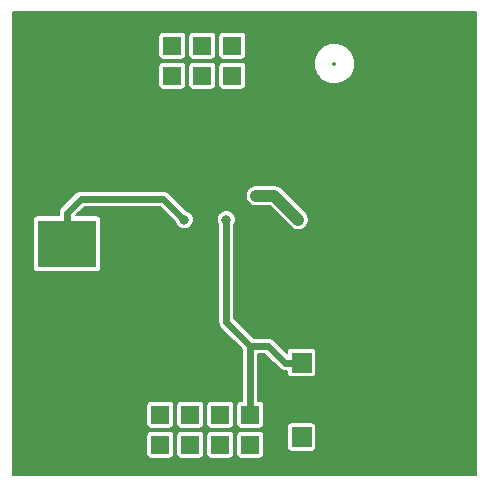
<source format=gbr>
%TF.GenerationSoftware,KiCad,Pcbnew,no-vcs-found-ad9916e~61~ubuntu16.04.1*%
%TF.CreationDate,2017-11-30T02:12:26+01:00*%
%TF.ProjectId,RTC02A,5254433032412E6B696361645F706362,rev?*%
%TF.SameCoordinates,Original*%
%TF.FileFunction,Copper,L1,Top,Signal*%
%TF.FilePolarity,Positive*%
%FSLAX46Y46*%
G04 Gerber Fmt 4.6, Leading zero omitted, Abs format (unit mm)*
G04 Created by KiCad (PCBNEW no-vcs-found-ad9916e~61~ubuntu16.04.1) date Thu Nov 30 02:12:26 2017*
%MOMM*%
%LPD*%
G01*
G04 APERTURE LIST*
%ADD10R,5.000000X4.000000*%
%ADD11R,1.524000X1.524000*%
%ADD12C,6.000000*%
%ADD13R,1.676400X1.676400*%
%ADD14C,0.800000*%
%ADD15C,0.600000*%
%ADD16C,0.250000*%
%ADD17C,1.000000*%
%ADD18C,0.200000*%
%ADD19C,0.350000*%
G04 APERTURE END LIST*
D10*
X35320000Y20320000D03*
X5320000Y20320000D03*
D11*
X11684000Y34544000D03*
X11684000Y37084000D03*
X14224000Y34544000D03*
X14224000Y37084000D03*
X16764000Y34544000D03*
X16764000Y37084000D03*
X19304000Y34544000D03*
X19304000Y37084000D03*
X21844000Y34544000D03*
X21844000Y37084000D03*
X18288000Y5842000D03*
X18288000Y3302000D03*
X15748000Y5842000D03*
X15748000Y3302000D03*
X13208000Y5842000D03*
X13208000Y3302000D03*
X20828000Y5842000D03*
X20828000Y3302000D03*
D12*
X5080000Y5080000D03*
X5080000Y35560000D03*
X35560000Y35560000D03*
X35560000Y5080000D03*
D13*
X29682000Y3962000D03*
X25182000Y3962000D03*
X29682000Y10262000D03*
X25182000Y10262000D03*
D11*
X10668000Y5842000D03*
X10668000Y3302000D03*
D14*
X15240000Y22352000D03*
X9144000Y3048000D03*
X9144000Y4572000D03*
X9144000Y5588000D03*
X9144000Y34036000D03*
X9144000Y35560000D03*
X9144000Y37084000D03*
X11938000Y20320000D03*
X14224000Y16510000D03*
X12700000Y16510000D03*
X12192000Y17526000D03*
X12192000Y19050000D03*
X11938000Y21590000D03*
X12954000Y22352000D03*
X39116000Y22098000D03*
X39116000Y20828000D03*
X39116000Y19558000D03*
X39116000Y18288000D03*
X38100000Y17272000D03*
X36830000Y17272000D03*
X35560000Y17272000D03*
X34290000Y17272000D03*
X33020000Y17272000D03*
X17272000Y13970000D03*
X17272000Y12192000D03*
X16764000Y24892000D03*
X15240000Y24892000D03*
X15240000Y23876000D03*
X16764000Y23876000D03*
X17780000Y23876000D03*
X23876000Y37592000D03*
X23876000Y36068000D03*
X23876000Y34544000D03*
X24892000Y25908000D03*
X24892000Y24384000D03*
X27940000Y18796000D03*
X27940000Y19812000D03*
X27940000Y20828000D03*
X27940000Y22352000D03*
X25908000Y23368000D03*
X26416000Y22352000D03*
X24892000Y22352000D03*
X21336000Y24384000D03*
X18796000Y22352000D03*
D15*
X5320000Y20320000D02*
X5320000Y22920000D01*
X5320000Y22920000D02*
X6530000Y24130000D01*
X6530000Y24130000D02*
X13462000Y24130000D01*
X13462000Y24130000D02*
X15240000Y22352000D01*
X9144000Y5588000D02*
X9144000Y4572000D01*
X9144000Y35560000D02*
X9144000Y34036000D01*
X11684000Y37084000D02*
X9144000Y37084000D01*
X11938000Y21590000D02*
X11938000Y20320000D01*
D16*
X12700000Y16510000D02*
X14224000Y16510000D01*
X12192000Y19050000D02*
X12192000Y17526000D01*
X12954000Y22352000D02*
X12700000Y22352000D01*
X12700000Y22352000D02*
X11938000Y21590000D01*
X39116000Y20828000D02*
X39116000Y22098000D01*
X39116000Y18288000D02*
X39116000Y19558000D01*
X36830000Y17272000D02*
X38100000Y17272000D01*
X34290000Y17272000D02*
X35560000Y17272000D01*
X34522000Y17272000D02*
X34290000Y17272000D01*
X34290000Y17272000D02*
X33020000Y17272000D01*
X35320000Y20320000D02*
X35320000Y18070000D01*
X35320000Y18070000D02*
X34522000Y17272000D01*
X17018000Y4572000D02*
X17272000Y4572000D01*
X17018000Y11938000D02*
X17272000Y12192000D01*
X10926000Y4572000D02*
X17018000Y4572000D01*
X17018000Y4572000D02*
X17018000Y11938000D01*
X10668000Y5842000D02*
X10668000Y4830000D01*
X10668000Y4830000D02*
X10926000Y4572000D01*
X15240000Y23876000D02*
X15240000Y24892000D01*
X17780000Y23876000D02*
X16764000Y23876000D01*
X23876000Y34544000D02*
X23876000Y36068000D01*
X24892000Y24384000D02*
X24892000Y25908000D01*
X27940000Y19812000D02*
X27940000Y18796000D01*
X27940000Y22352000D02*
X27940000Y20828000D01*
X25400000Y23876000D02*
X24892000Y24384000D01*
X26416000Y22352000D02*
X26416000Y22860000D01*
X26416000Y22860000D02*
X25908000Y23368000D01*
D17*
X21336000Y24384000D02*
X22860000Y24384000D01*
X22860000Y24384000D02*
X24892000Y22352000D01*
D15*
X25182000Y10262000D02*
X23743800Y10262000D01*
X23743800Y10262000D02*
X22321800Y11684000D01*
X22321800Y11684000D02*
X20828000Y11684000D01*
X18796000Y13716000D02*
X20828000Y11684000D01*
X20828000Y11684000D02*
X20828000Y5842000D01*
X18796000Y22352000D02*
X18796000Y13716000D01*
D18*
G36*
X39911000Y729000D02*
X729000Y729000D01*
X729000Y4064000D01*
X12038164Y4064000D01*
X12038164Y2540000D01*
X12066056Y2391769D01*
X12153660Y2255628D01*
X12287329Y2164296D01*
X12446000Y2132164D01*
X13970000Y2132164D01*
X14118231Y2160056D01*
X14254372Y2247660D01*
X14345704Y2381329D01*
X14377836Y2540000D01*
X14377836Y4064000D01*
X14578164Y4064000D01*
X14578164Y2540000D01*
X14606056Y2391769D01*
X14693660Y2255628D01*
X14827329Y2164296D01*
X14986000Y2132164D01*
X16510000Y2132164D01*
X16658231Y2160056D01*
X16794372Y2247660D01*
X16885704Y2381329D01*
X16917836Y2540000D01*
X16917836Y4064000D01*
X17118164Y4064000D01*
X17118164Y2540000D01*
X17146056Y2391769D01*
X17233660Y2255628D01*
X17367329Y2164296D01*
X17526000Y2132164D01*
X19050000Y2132164D01*
X19198231Y2160056D01*
X19334372Y2247660D01*
X19425704Y2381329D01*
X19457836Y2540000D01*
X19457836Y4064000D01*
X19658164Y4064000D01*
X19658164Y2540000D01*
X19686056Y2391769D01*
X19773660Y2255628D01*
X19907329Y2164296D01*
X20066000Y2132164D01*
X21590000Y2132164D01*
X21738231Y2160056D01*
X21874372Y2247660D01*
X21965704Y2381329D01*
X21997836Y2540000D01*
X21997836Y4064000D01*
X21969944Y4212231D01*
X21882340Y4348372D01*
X21748671Y4439704D01*
X21590000Y4471836D01*
X20066000Y4471836D01*
X19917769Y4443944D01*
X19781628Y4356340D01*
X19690296Y4222671D01*
X19658164Y4064000D01*
X19457836Y4064000D01*
X19429944Y4212231D01*
X19342340Y4348372D01*
X19208671Y4439704D01*
X19050000Y4471836D01*
X17526000Y4471836D01*
X17377769Y4443944D01*
X17241628Y4356340D01*
X17150296Y4222671D01*
X17118164Y4064000D01*
X16917836Y4064000D01*
X16889944Y4212231D01*
X16802340Y4348372D01*
X16668671Y4439704D01*
X16510000Y4471836D01*
X14986000Y4471836D01*
X14837769Y4443944D01*
X14701628Y4356340D01*
X14610296Y4222671D01*
X14578164Y4064000D01*
X14377836Y4064000D01*
X14349944Y4212231D01*
X14262340Y4348372D01*
X14128671Y4439704D01*
X13970000Y4471836D01*
X12446000Y4471836D01*
X12297769Y4443944D01*
X12161628Y4356340D01*
X12070296Y4222671D01*
X12038164Y4064000D01*
X729000Y4064000D01*
X729000Y6604000D01*
X12038164Y6604000D01*
X12038164Y5080000D01*
X12066056Y4931769D01*
X12153660Y4795628D01*
X12287329Y4704296D01*
X12446000Y4672164D01*
X13970000Y4672164D01*
X14118231Y4700056D01*
X14254372Y4787660D01*
X14345704Y4921329D01*
X14377836Y5080000D01*
X14377836Y6604000D01*
X14578164Y6604000D01*
X14578164Y5080000D01*
X14606056Y4931769D01*
X14693660Y4795628D01*
X14827329Y4704296D01*
X14986000Y4672164D01*
X16510000Y4672164D01*
X16658231Y4700056D01*
X16794372Y4787660D01*
X16885704Y4921329D01*
X16917836Y5080000D01*
X16917836Y6604000D01*
X17118164Y6604000D01*
X17118164Y5080000D01*
X17146056Y4931769D01*
X17233660Y4795628D01*
X17367329Y4704296D01*
X17526000Y4672164D01*
X19050000Y4672164D01*
X19198231Y4700056D01*
X19334372Y4787660D01*
X19425704Y4921329D01*
X19457836Y5080000D01*
X19457836Y6604000D01*
X19429944Y6752231D01*
X19342340Y6888372D01*
X19208671Y6979704D01*
X19050000Y7011836D01*
X17526000Y7011836D01*
X17377769Y6983944D01*
X17241628Y6896340D01*
X17150296Y6762671D01*
X17118164Y6604000D01*
X16917836Y6604000D01*
X16889944Y6752231D01*
X16802340Y6888372D01*
X16668671Y6979704D01*
X16510000Y7011836D01*
X14986000Y7011836D01*
X14837769Y6983944D01*
X14701628Y6896340D01*
X14610296Y6762671D01*
X14578164Y6604000D01*
X14377836Y6604000D01*
X14349944Y6752231D01*
X14262340Y6888372D01*
X14128671Y6979704D01*
X13970000Y7011836D01*
X12446000Y7011836D01*
X12297769Y6983944D01*
X12161628Y6896340D01*
X12070296Y6762671D01*
X12038164Y6604000D01*
X729000Y6604000D01*
X729000Y22320000D01*
X2412164Y22320000D01*
X2412164Y18320000D01*
X2440056Y18171769D01*
X2527660Y18035628D01*
X2661329Y17944296D01*
X2820000Y17912164D01*
X7820000Y17912164D01*
X7968231Y17940056D01*
X8104372Y18027660D01*
X8195704Y18161329D01*
X8227836Y18320000D01*
X8227836Y22320000D01*
X8199944Y22468231D01*
X8112340Y22604372D01*
X7978671Y22695704D01*
X7820000Y22727836D01*
X6117786Y22727836D01*
X6819949Y23430000D01*
X13172050Y23430000D01*
X14461956Y22140094D01*
X14561397Y21899428D01*
X14786245Y21674188D01*
X15080172Y21552139D01*
X15398432Y21551861D01*
X15692572Y21673397D01*
X15917812Y21898245D01*
X16039861Y22192172D01*
X16039862Y22193568D01*
X17995861Y22193568D01*
X18096000Y21951213D01*
X18096000Y13716000D01*
X18149284Y13448121D01*
X18301025Y13221025D01*
X20128000Y11394050D01*
X20128000Y7011836D01*
X20066000Y7011836D01*
X19917769Y6983944D01*
X19781628Y6896340D01*
X19690296Y6762671D01*
X19658164Y6604000D01*
X19658164Y5080000D01*
X19686056Y4931769D01*
X19773660Y4795628D01*
X19907329Y4704296D01*
X20066000Y4672164D01*
X21590000Y4672164D01*
X21738231Y4700056D01*
X21874372Y4787660D01*
X21882940Y4800200D01*
X23935964Y4800200D01*
X23935964Y3123800D01*
X23963856Y2975569D01*
X24051460Y2839428D01*
X24185129Y2748096D01*
X24343800Y2715964D01*
X26020200Y2715964D01*
X26168431Y2743856D01*
X26304572Y2831460D01*
X26395904Y2965129D01*
X26428036Y3123800D01*
X26428036Y4800200D01*
X26400144Y4948431D01*
X26312540Y5084572D01*
X26178871Y5175904D01*
X26020200Y5208036D01*
X24343800Y5208036D01*
X24195569Y5180144D01*
X24059428Y5092540D01*
X23968096Y4958871D01*
X23935964Y4800200D01*
X21882940Y4800200D01*
X21965704Y4921329D01*
X21997836Y5080000D01*
X21997836Y6604000D01*
X21969944Y6752231D01*
X21882340Y6888372D01*
X21748671Y6979704D01*
X21590000Y7011836D01*
X21528000Y7011836D01*
X21528000Y10984000D01*
X22031850Y10984000D01*
X23248825Y9767025D01*
X23475921Y9615284D01*
X23743800Y9561999D01*
X23743805Y9562000D01*
X23935964Y9562000D01*
X23935964Y9423800D01*
X23963856Y9275569D01*
X24051460Y9139428D01*
X24185129Y9048096D01*
X24343800Y9015964D01*
X26020200Y9015964D01*
X26168431Y9043856D01*
X26304572Y9131460D01*
X26395904Y9265129D01*
X26428036Y9423800D01*
X26428036Y11100200D01*
X26400144Y11248431D01*
X26312540Y11384572D01*
X26178871Y11475904D01*
X26020200Y11508036D01*
X24343800Y11508036D01*
X24195569Y11480144D01*
X24059428Y11392540D01*
X23968096Y11258871D01*
X23935964Y11100200D01*
X23935964Y11059786D01*
X22816775Y12178975D01*
X22589679Y12330716D01*
X22321800Y12384000D01*
X21117950Y12384000D01*
X19496000Y14005950D01*
X19496000Y21951680D01*
X19595861Y22192172D01*
X19596139Y22510432D01*
X19474603Y22804572D01*
X19249755Y23029812D01*
X18955828Y23151861D01*
X18637568Y23152139D01*
X18343428Y23030603D01*
X18118188Y22805755D01*
X17996139Y22511828D01*
X17995861Y22193568D01*
X16039862Y22193568D01*
X16040139Y22510432D01*
X15918603Y22804572D01*
X15693755Y23029812D01*
X15451577Y23130373D01*
X14197950Y24384000D01*
X20436000Y24384000D01*
X20504508Y24039585D01*
X20699604Y23747604D01*
X20991585Y23552508D01*
X21336000Y23484000D01*
X22487208Y23484000D01*
X24255604Y21715604D01*
X24547585Y21520508D01*
X24892000Y21452000D01*
X25236415Y21520508D01*
X25528396Y21715604D01*
X25723492Y22007585D01*
X25792000Y22352000D01*
X25723492Y22696415D01*
X25528396Y22988396D01*
X23496396Y25020396D01*
X23204415Y25215492D01*
X22860000Y25284000D01*
X21336000Y25284000D01*
X20991585Y25215492D01*
X20699604Y25020396D01*
X20504508Y24728415D01*
X20436000Y24384000D01*
X14197950Y24384000D01*
X13956975Y24624975D01*
X13729879Y24776716D01*
X13462000Y24830000D01*
X6530000Y24830000D01*
X6262122Y24776716D01*
X6035025Y24624975D01*
X6035023Y24624972D01*
X4825025Y23414975D01*
X4673284Y23187879D01*
X4633605Y22988396D01*
X4620000Y22920000D01*
X4620000Y22727836D01*
X2820000Y22727836D01*
X2671769Y22699944D01*
X2535628Y22612340D01*
X2444296Y22478671D01*
X2412164Y22320000D01*
X729000Y22320000D01*
X729000Y35306000D01*
X13054164Y35306000D01*
X13054164Y33782000D01*
X13082056Y33633769D01*
X13169660Y33497628D01*
X13303329Y33406296D01*
X13462000Y33374164D01*
X14986000Y33374164D01*
X15134231Y33402056D01*
X15270372Y33489660D01*
X15361704Y33623329D01*
X15393836Y33782000D01*
X15393836Y35306000D01*
X15594164Y35306000D01*
X15594164Y33782000D01*
X15622056Y33633769D01*
X15709660Y33497628D01*
X15843329Y33406296D01*
X16002000Y33374164D01*
X17526000Y33374164D01*
X17674231Y33402056D01*
X17810372Y33489660D01*
X17901704Y33623329D01*
X17933836Y33782000D01*
X17933836Y35306000D01*
X18134164Y35306000D01*
X18134164Y33782000D01*
X18162056Y33633769D01*
X18249660Y33497628D01*
X18383329Y33406296D01*
X18542000Y33374164D01*
X20066000Y33374164D01*
X20214231Y33402056D01*
X20350372Y33489660D01*
X20441704Y33623329D01*
X20473836Y33782000D01*
X20473836Y35213431D01*
X26189696Y35213431D01*
X26455557Y34569999D01*
X26947410Y34077287D01*
X27590376Y33810304D01*
X28286569Y33809696D01*
X28930001Y34075557D01*
X29422713Y34567410D01*
X29689696Y35210376D01*
X29690304Y35906569D01*
X29424443Y36550001D01*
X28932590Y37042713D01*
X28289624Y37309696D01*
X27593431Y37310304D01*
X26949999Y37044443D01*
X26457287Y36552590D01*
X26190304Y35909624D01*
X26189696Y35213431D01*
X20473836Y35213431D01*
X20473836Y35306000D01*
X20445944Y35454231D01*
X20358340Y35590372D01*
X20224671Y35681704D01*
X20066000Y35713836D01*
X18542000Y35713836D01*
X18393769Y35685944D01*
X18257628Y35598340D01*
X18166296Y35464671D01*
X18134164Y35306000D01*
X17933836Y35306000D01*
X17905944Y35454231D01*
X17818340Y35590372D01*
X17684671Y35681704D01*
X17526000Y35713836D01*
X16002000Y35713836D01*
X15853769Y35685944D01*
X15717628Y35598340D01*
X15626296Y35464671D01*
X15594164Y35306000D01*
X15393836Y35306000D01*
X15365944Y35454231D01*
X15278340Y35590372D01*
X15144671Y35681704D01*
X14986000Y35713836D01*
X13462000Y35713836D01*
X13313769Y35685944D01*
X13177628Y35598340D01*
X13086296Y35464671D01*
X13054164Y35306000D01*
X729000Y35306000D01*
X729000Y37846000D01*
X13054164Y37846000D01*
X13054164Y36322000D01*
X13082056Y36173769D01*
X13169660Y36037628D01*
X13303329Y35946296D01*
X13462000Y35914164D01*
X14986000Y35914164D01*
X15134231Y35942056D01*
X15270372Y36029660D01*
X15361704Y36163329D01*
X15393836Y36322000D01*
X15393836Y37846000D01*
X15594164Y37846000D01*
X15594164Y36322000D01*
X15622056Y36173769D01*
X15709660Y36037628D01*
X15843329Y35946296D01*
X16002000Y35914164D01*
X17526000Y35914164D01*
X17674231Y35942056D01*
X17810372Y36029660D01*
X17901704Y36163329D01*
X17933836Y36322000D01*
X17933836Y37846000D01*
X18134164Y37846000D01*
X18134164Y36322000D01*
X18162056Y36173769D01*
X18249660Y36037628D01*
X18383329Y35946296D01*
X18542000Y35914164D01*
X20066000Y35914164D01*
X20214231Y35942056D01*
X20350372Y36029660D01*
X20441704Y36163329D01*
X20473836Y36322000D01*
X20473836Y37846000D01*
X20445944Y37994231D01*
X20358340Y38130372D01*
X20224671Y38221704D01*
X20066000Y38253836D01*
X18542000Y38253836D01*
X18393769Y38225944D01*
X18257628Y38138340D01*
X18166296Y38004671D01*
X18134164Y37846000D01*
X17933836Y37846000D01*
X17905944Y37994231D01*
X17818340Y38130372D01*
X17684671Y38221704D01*
X17526000Y38253836D01*
X16002000Y38253836D01*
X15853769Y38225944D01*
X15717628Y38138340D01*
X15626296Y38004671D01*
X15594164Y37846000D01*
X15393836Y37846000D01*
X15365944Y37994231D01*
X15278340Y38130372D01*
X15144671Y38221704D01*
X14986000Y38253836D01*
X13462000Y38253836D01*
X13313769Y38225944D01*
X13177628Y38138340D01*
X13086296Y38004671D01*
X13054164Y37846000D01*
X729000Y37846000D01*
X729000Y39911000D01*
X39911000Y39911000D01*
X39911000Y729000D01*
X39911000Y729000D01*
G37*
X39911000Y729000D02*
X729000Y729000D01*
X729000Y4064000D01*
X12038164Y4064000D01*
X12038164Y2540000D01*
X12066056Y2391769D01*
X12153660Y2255628D01*
X12287329Y2164296D01*
X12446000Y2132164D01*
X13970000Y2132164D01*
X14118231Y2160056D01*
X14254372Y2247660D01*
X14345704Y2381329D01*
X14377836Y2540000D01*
X14377836Y4064000D01*
X14578164Y4064000D01*
X14578164Y2540000D01*
X14606056Y2391769D01*
X14693660Y2255628D01*
X14827329Y2164296D01*
X14986000Y2132164D01*
X16510000Y2132164D01*
X16658231Y2160056D01*
X16794372Y2247660D01*
X16885704Y2381329D01*
X16917836Y2540000D01*
X16917836Y4064000D01*
X17118164Y4064000D01*
X17118164Y2540000D01*
X17146056Y2391769D01*
X17233660Y2255628D01*
X17367329Y2164296D01*
X17526000Y2132164D01*
X19050000Y2132164D01*
X19198231Y2160056D01*
X19334372Y2247660D01*
X19425704Y2381329D01*
X19457836Y2540000D01*
X19457836Y4064000D01*
X19658164Y4064000D01*
X19658164Y2540000D01*
X19686056Y2391769D01*
X19773660Y2255628D01*
X19907329Y2164296D01*
X20066000Y2132164D01*
X21590000Y2132164D01*
X21738231Y2160056D01*
X21874372Y2247660D01*
X21965704Y2381329D01*
X21997836Y2540000D01*
X21997836Y4064000D01*
X21969944Y4212231D01*
X21882340Y4348372D01*
X21748671Y4439704D01*
X21590000Y4471836D01*
X20066000Y4471836D01*
X19917769Y4443944D01*
X19781628Y4356340D01*
X19690296Y4222671D01*
X19658164Y4064000D01*
X19457836Y4064000D01*
X19429944Y4212231D01*
X19342340Y4348372D01*
X19208671Y4439704D01*
X19050000Y4471836D01*
X17526000Y4471836D01*
X17377769Y4443944D01*
X17241628Y4356340D01*
X17150296Y4222671D01*
X17118164Y4064000D01*
X16917836Y4064000D01*
X16889944Y4212231D01*
X16802340Y4348372D01*
X16668671Y4439704D01*
X16510000Y4471836D01*
X14986000Y4471836D01*
X14837769Y4443944D01*
X14701628Y4356340D01*
X14610296Y4222671D01*
X14578164Y4064000D01*
X14377836Y4064000D01*
X14349944Y4212231D01*
X14262340Y4348372D01*
X14128671Y4439704D01*
X13970000Y4471836D01*
X12446000Y4471836D01*
X12297769Y4443944D01*
X12161628Y4356340D01*
X12070296Y4222671D01*
X12038164Y4064000D01*
X729000Y4064000D01*
X729000Y6604000D01*
X12038164Y6604000D01*
X12038164Y5080000D01*
X12066056Y4931769D01*
X12153660Y4795628D01*
X12287329Y4704296D01*
X12446000Y4672164D01*
X13970000Y4672164D01*
X14118231Y4700056D01*
X14254372Y4787660D01*
X14345704Y4921329D01*
X14377836Y5080000D01*
X14377836Y6604000D01*
X14578164Y6604000D01*
X14578164Y5080000D01*
X14606056Y4931769D01*
X14693660Y4795628D01*
X14827329Y4704296D01*
X14986000Y4672164D01*
X16510000Y4672164D01*
X16658231Y4700056D01*
X16794372Y4787660D01*
X16885704Y4921329D01*
X16917836Y5080000D01*
X16917836Y6604000D01*
X17118164Y6604000D01*
X17118164Y5080000D01*
X17146056Y4931769D01*
X17233660Y4795628D01*
X17367329Y4704296D01*
X17526000Y4672164D01*
X19050000Y4672164D01*
X19198231Y4700056D01*
X19334372Y4787660D01*
X19425704Y4921329D01*
X19457836Y5080000D01*
X19457836Y6604000D01*
X19429944Y6752231D01*
X19342340Y6888372D01*
X19208671Y6979704D01*
X19050000Y7011836D01*
X17526000Y7011836D01*
X17377769Y6983944D01*
X17241628Y6896340D01*
X17150296Y6762671D01*
X17118164Y6604000D01*
X16917836Y6604000D01*
X16889944Y6752231D01*
X16802340Y6888372D01*
X16668671Y6979704D01*
X16510000Y7011836D01*
X14986000Y7011836D01*
X14837769Y6983944D01*
X14701628Y6896340D01*
X14610296Y6762671D01*
X14578164Y6604000D01*
X14377836Y6604000D01*
X14349944Y6752231D01*
X14262340Y6888372D01*
X14128671Y6979704D01*
X13970000Y7011836D01*
X12446000Y7011836D01*
X12297769Y6983944D01*
X12161628Y6896340D01*
X12070296Y6762671D01*
X12038164Y6604000D01*
X729000Y6604000D01*
X729000Y22320000D01*
X2412164Y22320000D01*
X2412164Y18320000D01*
X2440056Y18171769D01*
X2527660Y18035628D01*
X2661329Y17944296D01*
X2820000Y17912164D01*
X7820000Y17912164D01*
X7968231Y17940056D01*
X8104372Y18027660D01*
X8195704Y18161329D01*
X8227836Y18320000D01*
X8227836Y22320000D01*
X8199944Y22468231D01*
X8112340Y22604372D01*
X7978671Y22695704D01*
X7820000Y22727836D01*
X6117786Y22727836D01*
X6819949Y23430000D01*
X13172050Y23430000D01*
X14461956Y22140094D01*
X14561397Y21899428D01*
X14786245Y21674188D01*
X15080172Y21552139D01*
X15398432Y21551861D01*
X15692572Y21673397D01*
X15917812Y21898245D01*
X16039861Y22192172D01*
X16039862Y22193568D01*
X17995861Y22193568D01*
X18096000Y21951213D01*
X18096000Y13716000D01*
X18149284Y13448121D01*
X18301025Y13221025D01*
X20128000Y11394050D01*
X20128000Y7011836D01*
X20066000Y7011836D01*
X19917769Y6983944D01*
X19781628Y6896340D01*
X19690296Y6762671D01*
X19658164Y6604000D01*
X19658164Y5080000D01*
X19686056Y4931769D01*
X19773660Y4795628D01*
X19907329Y4704296D01*
X20066000Y4672164D01*
X21590000Y4672164D01*
X21738231Y4700056D01*
X21874372Y4787660D01*
X21882940Y4800200D01*
X23935964Y4800200D01*
X23935964Y3123800D01*
X23963856Y2975569D01*
X24051460Y2839428D01*
X24185129Y2748096D01*
X24343800Y2715964D01*
X26020200Y2715964D01*
X26168431Y2743856D01*
X26304572Y2831460D01*
X26395904Y2965129D01*
X26428036Y3123800D01*
X26428036Y4800200D01*
X26400144Y4948431D01*
X26312540Y5084572D01*
X26178871Y5175904D01*
X26020200Y5208036D01*
X24343800Y5208036D01*
X24195569Y5180144D01*
X24059428Y5092540D01*
X23968096Y4958871D01*
X23935964Y4800200D01*
X21882940Y4800200D01*
X21965704Y4921329D01*
X21997836Y5080000D01*
X21997836Y6604000D01*
X21969944Y6752231D01*
X21882340Y6888372D01*
X21748671Y6979704D01*
X21590000Y7011836D01*
X21528000Y7011836D01*
X21528000Y10984000D01*
X22031850Y10984000D01*
X23248825Y9767025D01*
X23475921Y9615284D01*
X23743800Y9561999D01*
X23743805Y9562000D01*
X23935964Y9562000D01*
X23935964Y9423800D01*
X23963856Y9275569D01*
X24051460Y9139428D01*
X24185129Y9048096D01*
X24343800Y9015964D01*
X26020200Y9015964D01*
X26168431Y9043856D01*
X26304572Y9131460D01*
X26395904Y9265129D01*
X26428036Y9423800D01*
X26428036Y11100200D01*
X26400144Y11248431D01*
X26312540Y11384572D01*
X26178871Y11475904D01*
X26020200Y11508036D01*
X24343800Y11508036D01*
X24195569Y11480144D01*
X24059428Y11392540D01*
X23968096Y11258871D01*
X23935964Y11100200D01*
X23935964Y11059786D01*
X22816775Y12178975D01*
X22589679Y12330716D01*
X22321800Y12384000D01*
X21117950Y12384000D01*
X19496000Y14005950D01*
X19496000Y21951680D01*
X19595861Y22192172D01*
X19596139Y22510432D01*
X19474603Y22804572D01*
X19249755Y23029812D01*
X18955828Y23151861D01*
X18637568Y23152139D01*
X18343428Y23030603D01*
X18118188Y22805755D01*
X17996139Y22511828D01*
X17995861Y22193568D01*
X16039862Y22193568D01*
X16040139Y22510432D01*
X15918603Y22804572D01*
X15693755Y23029812D01*
X15451577Y23130373D01*
X14197950Y24384000D01*
X20436000Y24384000D01*
X20504508Y24039585D01*
X20699604Y23747604D01*
X20991585Y23552508D01*
X21336000Y23484000D01*
X22487208Y23484000D01*
X24255604Y21715604D01*
X24547585Y21520508D01*
X24892000Y21452000D01*
X25236415Y21520508D01*
X25528396Y21715604D01*
X25723492Y22007585D01*
X25792000Y22352000D01*
X25723492Y22696415D01*
X25528396Y22988396D01*
X23496396Y25020396D01*
X23204415Y25215492D01*
X22860000Y25284000D01*
X21336000Y25284000D01*
X20991585Y25215492D01*
X20699604Y25020396D01*
X20504508Y24728415D01*
X20436000Y24384000D01*
X14197950Y24384000D01*
X13956975Y24624975D01*
X13729879Y24776716D01*
X13462000Y24830000D01*
X6530000Y24830000D01*
X6262122Y24776716D01*
X6035025Y24624975D01*
X6035023Y24624972D01*
X4825025Y23414975D01*
X4673284Y23187879D01*
X4633605Y22988396D01*
X4620000Y22920000D01*
X4620000Y22727836D01*
X2820000Y22727836D01*
X2671769Y22699944D01*
X2535628Y22612340D01*
X2444296Y22478671D01*
X2412164Y22320000D01*
X729000Y22320000D01*
X729000Y35306000D01*
X13054164Y35306000D01*
X13054164Y33782000D01*
X13082056Y33633769D01*
X13169660Y33497628D01*
X13303329Y33406296D01*
X13462000Y33374164D01*
X14986000Y33374164D01*
X15134231Y33402056D01*
X15270372Y33489660D01*
X15361704Y33623329D01*
X15393836Y33782000D01*
X15393836Y35306000D01*
X15594164Y35306000D01*
X15594164Y33782000D01*
X15622056Y33633769D01*
X15709660Y33497628D01*
X15843329Y33406296D01*
X16002000Y33374164D01*
X17526000Y33374164D01*
X17674231Y33402056D01*
X17810372Y33489660D01*
X17901704Y33623329D01*
X17933836Y33782000D01*
X17933836Y35306000D01*
X18134164Y35306000D01*
X18134164Y33782000D01*
X18162056Y33633769D01*
X18249660Y33497628D01*
X18383329Y33406296D01*
X18542000Y33374164D01*
X20066000Y33374164D01*
X20214231Y33402056D01*
X20350372Y33489660D01*
X20441704Y33623329D01*
X20473836Y33782000D01*
X20473836Y35213431D01*
X26189696Y35213431D01*
X26455557Y34569999D01*
X26947410Y34077287D01*
X27590376Y33810304D01*
X28286569Y33809696D01*
X28930001Y34075557D01*
X29422713Y34567410D01*
X29689696Y35210376D01*
X29690304Y35906569D01*
X29424443Y36550001D01*
X28932590Y37042713D01*
X28289624Y37309696D01*
X27593431Y37310304D01*
X26949999Y37044443D01*
X26457287Y36552590D01*
X26190304Y35909624D01*
X26189696Y35213431D01*
X20473836Y35213431D01*
X20473836Y35306000D01*
X20445944Y35454231D01*
X20358340Y35590372D01*
X20224671Y35681704D01*
X20066000Y35713836D01*
X18542000Y35713836D01*
X18393769Y35685944D01*
X18257628Y35598340D01*
X18166296Y35464671D01*
X18134164Y35306000D01*
X17933836Y35306000D01*
X17905944Y35454231D01*
X17818340Y35590372D01*
X17684671Y35681704D01*
X17526000Y35713836D01*
X16002000Y35713836D01*
X15853769Y35685944D01*
X15717628Y35598340D01*
X15626296Y35464671D01*
X15594164Y35306000D01*
X15393836Y35306000D01*
X15365944Y35454231D01*
X15278340Y35590372D01*
X15144671Y35681704D01*
X14986000Y35713836D01*
X13462000Y35713836D01*
X13313769Y35685944D01*
X13177628Y35598340D01*
X13086296Y35464671D01*
X13054164Y35306000D01*
X729000Y35306000D01*
X729000Y37846000D01*
X13054164Y37846000D01*
X13054164Y36322000D01*
X13082056Y36173769D01*
X13169660Y36037628D01*
X13303329Y35946296D01*
X13462000Y35914164D01*
X14986000Y35914164D01*
X15134231Y35942056D01*
X15270372Y36029660D01*
X15361704Y36163329D01*
X15393836Y36322000D01*
X15393836Y37846000D01*
X15594164Y37846000D01*
X15594164Y36322000D01*
X15622056Y36173769D01*
X15709660Y36037628D01*
X15843329Y35946296D01*
X16002000Y35914164D01*
X17526000Y35914164D01*
X17674231Y35942056D01*
X17810372Y36029660D01*
X17901704Y36163329D01*
X17933836Y36322000D01*
X17933836Y37846000D01*
X18134164Y37846000D01*
X18134164Y36322000D01*
X18162056Y36173769D01*
X18249660Y36037628D01*
X18383329Y35946296D01*
X18542000Y35914164D01*
X20066000Y35914164D01*
X20214231Y35942056D01*
X20350372Y36029660D01*
X20441704Y36163329D01*
X20473836Y36322000D01*
X20473836Y37846000D01*
X20445944Y37994231D01*
X20358340Y38130372D01*
X20224671Y38221704D01*
X20066000Y38253836D01*
X18542000Y38253836D01*
X18393769Y38225944D01*
X18257628Y38138340D01*
X18166296Y38004671D01*
X18134164Y37846000D01*
X17933836Y37846000D01*
X17905944Y37994231D01*
X17818340Y38130372D01*
X17684671Y38221704D01*
X17526000Y38253836D01*
X16002000Y38253836D01*
X15853769Y38225944D01*
X15717628Y38138340D01*
X15626296Y38004671D01*
X15594164Y37846000D01*
X15393836Y37846000D01*
X15365944Y37994231D01*
X15278340Y38130372D01*
X15144671Y38221704D01*
X14986000Y38253836D01*
X13462000Y38253836D01*
X13313769Y38225944D01*
X13177628Y38138340D01*
X13086296Y38004671D01*
X13054164Y37846000D01*
X729000Y37846000D01*
X729000Y39911000D01*
X39911000Y39911000D01*
X39911000Y729000D01*
D19*
X15240000Y22352000D03*
X9144000Y3048000D03*
X9144000Y4572000D03*
X9144000Y5588000D03*
X9144000Y34036000D03*
X9144000Y35560000D03*
X9144000Y37084000D03*
X11938000Y20320000D03*
X14224000Y16510000D03*
X12700000Y16510000D03*
X12192000Y17526000D03*
X12192000Y19050000D03*
X11938000Y21590000D03*
X12954000Y22352000D03*
X39116000Y22098000D03*
X39116000Y20828000D03*
X39116000Y19558000D03*
X39116000Y18288000D03*
X38100000Y17272000D03*
X36830000Y17272000D03*
X35560000Y17272000D03*
X34290000Y17272000D03*
X33020000Y17272000D03*
X17272000Y13970000D03*
X17272000Y12192000D03*
X16764000Y24892000D03*
X15240000Y24892000D03*
X15240000Y23876000D03*
X16764000Y23876000D03*
X17780000Y23876000D03*
X23876000Y37592000D03*
X23876000Y36068000D03*
X23876000Y34544000D03*
X24892000Y25908000D03*
X24892000Y24384000D03*
X27940000Y18796000D03*
X27940000Y19812000D03*
X27940000Y20828000D03*
X27940000Y22352000D03*
X25908000Y23368000D03*
X26416000Y22352000D03*
X24892000Y22352000D03*
X21336000Y24384000D03*
X18796000Y22352000D03*
X27940000Y35560000D03*
X11684000Y34544000D03*
X11684000Y37084000D03*
X14224000Y34544000D03*
X14224000Y37084000D03*
X16764000Y34544000D03*
X16764000Y37084000D03*
X19304000Y34544000D03*
X19304000Y37084000D03*
X21844000Y34544000D03*
X21844000Y37084000D03*
X18288000Y5842000D03*
X18288000Y3302000D03*
X15748000Y5842000D03*
X15748000Y3302000D03*
X13208000Y5842000D03*
X13208000Y3302000D03*
X20828000Y5842000D03*
X20828000Y3302000D03*
X5080000Y5080000D03*
X5080000Y35560000D03*
X35560000Y35560000D03*
X35560000Y5080000D03*
X29682000Y3962000D03*
X25182000Y3962000D03*
X29682000Y10262000D03*
X25182000Y10262000D03*
X10668000Y5842000D03*
X10668000Y3302000D03*
M02*

</source>
